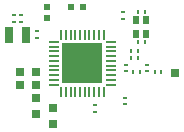
<source format=gtp>
G04*
G04 #@! TF.GenerationSoftware,Altium Limited,Altium Designer,19.0.15 (446)*
G04*
G04 Layer_Color=8421504*
%FSLAX24Y24*%
%MOIN*%
G70*
G01*
G75*
%ADD16R,0.0106X0.0118*%
%ADD17R,0.0118X0.0106*%
%ADD18R,0.0217X0.0256*%
%ADD19R,0.0236X0.0197*%
%ADD20R,0.0295X0.0551*%
%ADD21R,0.0295X0.0315*%
%ADD22R,0.0315X0.0315*%
%ADD23R,0.0197X0.0236*%
%ADD24R,0.0315X0.0295*%
%ADD25R,0.1378X0.1378*%
%ADD26O,0.0079X0.0335*%
%ADD27O,0.0335X0.0079*%
D16*
X1852Y185D02*
D03*
X1628D02*
D03*
X1852Y415D02*
D03*
X1628D02*
D03*
X1858Y715D02*
D03*
X2082D02*
D03*
X2082Y1715D02*
D03*
X1858D02*
D03*
X2408Y-276D02*
D03*
X2632D02*
D03*
X1699D02*
D03*
X1923D02*
D03*
D17*
X1339Y1697D02*
D03*
Y1472D02*
D03*
X423Y-1608D02*
D03*
Y-1384D02*
D03*
X1417Y-1372D02*
D03*
Y-1148D02*
D03*
X-1516Y1067D02*
D03*
Y843D02*
D03*
X1457Y-270D02*
D03*
Y-45D02*
D03*
X-2283Y1608D02*
D03*
Y1384D02*
D03*
X-2047Y1608D02*
D03*
Y1384D02*
D03*
X2165Y-270D02*
D03*
Y-45D02*
D03*
D18*
X1803Y979D02*
D03*
X2137D02*
D03*
Y1431D02*
D03*
X1803Y1431D02*
D03*
D19*
X29Y1876D02*
D03*
X-364D02*
D03*
D20*
X-1880Y945D02*
D03*
X-2451D02*
D03*
D21*
X-1545Y-276D02*
D03*
X-2077D02*
D03*
X-1545Y-709D02*
D03*
X-2077D02*
D03*
D22*
X3091Y-315D02*
D03*
D23*
X-1181Y1890D02*
D03*
Y1496D02*
D03*
D24*
X-1535Y-1152D02*
D03*
Y-1683D02*
D03*
X-984Y-1506D02*
D03*
Y-2037D02*
D03*
D25*
X0Y0D02*
D03*
D26*
X-709Y945D02*
D03*
X-551D02*
D03*
X-394D02*
D03*
X-236D02*
D03*
X-79D02*
D03*
X79D02*
D03*
X236D02*
D03*
X394D02*
D03*
X551D02*
D03*
X709D02*
D03*
Y-945D02*
D03*
X551D02*
D03*
X394D02*
D03*
X236D02*
D03*
X79D02*
D03*
X-79D02*
D03*
X-236D02*
D03*
X-394D02*
D03*
X-551D02*
D03*
X-709D02*
D03*
D27*
X945Y709D02*
D03*
Y551D02*
D03*
Y394D02*
D03*
Y236D02*
D03*
Y79D02*
D03*
Y-79D02*
D03*
Y-236D02*
D03*
Y-394D02*
D03*
Y-551D02*
D03*
Y-709D02*
D03*
X-945D02*
D03*
Y-551D02*
D03*
Y-394D02*
D03*
Y-236D02*
D03*
Y-79D02*
D03*
Y79D02*
D03*
Y236D02*
D03*
Y394D02*
D03*
Y551D02*
D03*
Y709D02*
D03*
M02*

</source>
